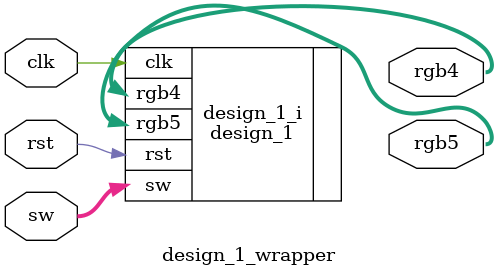
<source format=v>
`timescale 1 ps / 1 ps

module design_1_wrapper
   (clk,
    rgb4,
    rgb5,
    rst,
    sw);
  input clk;
  output [2:0]rgb4;
  output [2:0]rgb5;
  input rst;
  input [1:0]sw;

  wire clk;
  wire [2:0]rgb4;
  wire [2:0]rgb5;
  wire rst;
  wire [1:0]sw;

  design_1 design_1_i
       (.clk(clk),
        .rgb4(rgb4),
        .rgb5(rgb5),
        .rst(rst),
        .sw(sw));
endmodule

</source>
